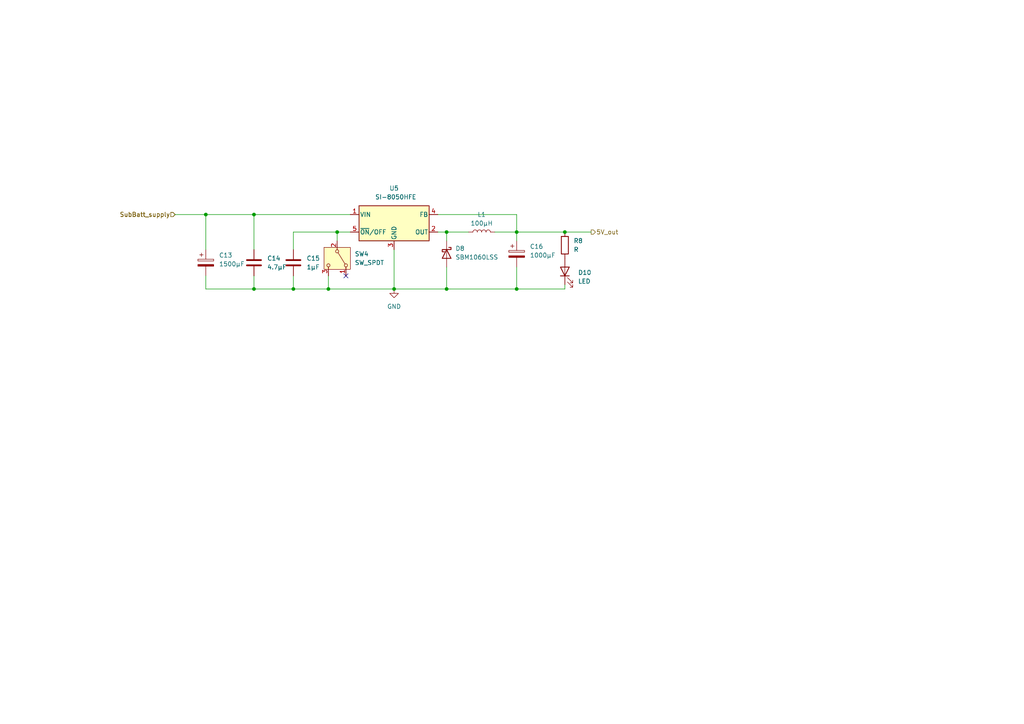
<source format=kicad_sch>
(kicad_sch (version 20230121) (generator eeschema)

  (uuid e7a3216a-5b9f-4f38-b29f-5458ec3aacd4)

  (paper "A4")

  (lib_symbols
    (symbol "Device:C" (pin_numbers hide) (pin_names (offset 0.254)) (in_bom yes) (on_board yes)
      (property "Reference" "C" (at 0.635 2.54 0)
        (effects (font (size 1.27 1.27)) (justify left))
      )
      (property "Value" "C" (at 0.635 -2.54 0)
        (effects (font (size 1.27 1.27)) (justify left))
      )
      (property "Footprint" "" (at 0.9652 -3.81 0)
        (effects (font (size 1.27 1.27)) hide)
      )
      (property "Datasheet" "~" (at 0 0 0)
        (effects (font (size 1.27 1.27)) hide)
      )
      (property "ki_keywords" "cap capacitor" (at 0 0 0)
        (effects (font (size 1.27 1.27)) hide)
      )
      (property "ki_description" "Unpolarized capacitor" (at 0 0 0)
        (effects (font (size 1.27 1.27)) hide)
      )
      (property "ki_fp_filters" "C_*" (at 0 0 0)
        (effects (font (size 1.27 1.27)) hide)
      )
      (symbol "C_0_1"
        (polyline
          (pts
            (xy -2.032 -0.762)
            (xy 2.032 -0.762)
          )
          (stroke (width 0.508) (type default))
          (fill (type none))
        )
        (polyline
          (pts
            (xy -2.032 0.762)
            (xy 2.032 0.762)
          )
          (stroke (width 0.508) (type default))
          (fill (type none))
        )
      )
      (symbol "C_1_1"
        (pin passive line (at 0 3.81 270) (length 2.794)
          (name "~" (effects (font (size 1.27 1.27))))
          (number "1" (effects (font (size 1.27 1.27))))
        )
        (pin passive line (at 0 -3.81 90) (length 2.794)
          (name "~" (effects (font (size 1.27 1.27))))
          (number "2" (effects (font (size 1.27 1.27))))
        )
      )
    )
    (symbol "Device:C_Polarized" (pin_numbers hide) (pin_names (offset 0.254)) (in_bom yes) (on_board yes)
      (property "Reference" "C" (at 0.635 2.54 0)
        (effects (font (size 1.27 1.27)) (justify left))
      )
      (property "Value" "C_Polarized" (at 0.635 -2.54 0)
        (effects (font (size 1.27 1.27)) (justify left))
      )
      (property "Footprint" "" (at 0.9652 -3.81 0)
        (effects (font (size 1.27 1.27)) hide)
      )
      (property "Datasheet" "~" (at 0 0 0)
        (effects (font (size 1.27 1.27)) hide)
      )
      (property "ki_keywords" "cap capacitor" (at 0 0 0)
        (effects (font (size 1.27 1.27)) hide)
      )
      (property "ki_description" "Polarized capacitor" (at 0 0 0)
        (effects (font (size 1.27 1.27)) hide)
      )
      (property "ki_fp_filters" "CP_*" (at 0 0 0)
        (effects (font (size 1.27 1.27)) hide)
      )
      (symbol "C_Polarized_0_1"
        (rectangle (start -2.286 0.508) (end 2.286 1.016)
          (stroke (width 0) (type default))
          (fill (type none))
        )
        (polyline
          (pts
            (xy -1.778 2.286)
            (xy -0.762 2.286)
          )
          (stroke (width 0) (type default))
          (fill (type none))
        )
        (polyline
          (pts
            (xy -1.27 2.794)
            (xy -1.27 1.778)
          )
          (stroke (width 0) (type default))
          (fill (type none))
        )
        (rectangle (start 2.286 -0.508) (end -2.286 -1.016)
          (stroke (width 0) (type default))
          (fill (type outline))
        )
      )
      (symbol "C_Polarized_1_1"
        (pin passive line (at 0 3.81 270) (length 2.794)
          (name "~" (effects (font (size 1.27 1.27))))
          (number "1" (effects (font (size 1.27 1.27))))
        )
        (pin passive line (at 0 -3.81 90) (length 2.794)
          (name "~" (effects (font (size 1.27 1.27))))
          (number "2" (effects (font (size 1.27 1.27))))
        )
      )
    )
    (symbol "Device:D_Schottky" (pin_numbers hide) (pin_names (offset 1.016) hide) (in_bom yes) (on_board yes)
      (property "Reference" "D" (at 0 2.54 0)
        (effects (font (size 1.27 1.27)))
      )
      (property "Value" "D_Schottky" (at 0 -2.54 0)
        (effects (font (size 1.27 1.27)))
      )
      (property "Footprint" "" (at 0 0 0)
        (effects (font (size 1.27 1.27)) hide)
      )
      (property "Datasheet" "~" (at 0 0 0)
        (effects (font (size 1.27 1.27)) hide)
      )
      (property "ki_keywords" "diode Schottky" (at 0 0 0)
        (effects (font (size 1.27 1.27)) hide)
      )
      (property "ki_description" "Schottky diode" (at 0 0 0)
        (effects (font (size 1.27 1.27)) hide)
      )
      (property "ki_fp_filters" "TO-???* *_Diode_* *SingleDiode* D_*" (at 0 0 0)
        (effects (font (size 1.27 1.27)) hide)
      )
      (symbol "D_Schottky_0_1"
        (polyline
          (pts
            (xy 1.27 0)
            (xy -1.27 0)
          )
          (stroke (width 0) (type default))
          (fill (type none))
        )
        (polyline
          (pts
            (xy 1.27 1.27)
            (xy 1.27 -1.27)
            (xy -1.27 0)
            (xy 1.27 1.27)
          )
          (stroke (width 0.254) (type default))
          (fill (type none))
        )
        (polyline
          (pts
            (xy -1.905 0.635)
            (xy -1.905 1.27)
            (xy -1.27 1.27)
            (xy -1.27 -1.27)
            (xy -0.635 -1.27)
            (xy -0.635 -0.635)
          )
          (stroke (width 0.254) (type default))
          (fill (type none))
        )
      )
      (symbol "D_Schottky_1_1"
        (pin passive line (at -3.81 0 0) (length 2.54)
          (name "K" (effects (font (size 1.27 1.27))))
          (number "1" (effects (font (size 1.27 1.27))))
        )
        (pin passive line (at 3.81 0 180) (length 2.54)
          (name "A" (effects (font (size 1.27 1.27))))
          (number "2" (effects (font (size 1.27 1.27))))
        )
      )
    )
    (symbol "Device:L" (pin_numbers hide) (pin_names (offset 1.016) hide) (in_bom yes) (on_board yes)
      (property "Reference" "L" (at -1.27 0 90)
        (effects (font (size 1.27 1.27)))
      )
      (property "Value" "L" (at 1.905 0 90)
        (effects (font (size 1.27 1.27)))
      )
      (property "Footprint" "" (at 0 0 0)
        (effects (font (size 1.27 1.27)) hide)
      )
      (property "Datasheet" "~" (at 0 0 0)
        (effects (font (size 1.27 1.27)) hide)
      )
      (property "ki_keywords" "inductor choke coil reactor magnetic" (at 0 0 0)
        (effects (font (size 1.27 1.27)) hide)
      )
      (property "ki_description" "Inductor" (at 0 0 0)
        (effects (font (size 1.27 1.27)) hide)
      )
      (property "ki_fp_filters" "Choke_* *Coil* Inductor_* L_*" (at 0 0 0)
        (effects (font (size 1.27 1.27)) hide)
      )
      (symbol "L_0_1"
        (arc (start 0 -2.54) (mid 0.6323 -1.905) (end 0 -1.27)
          (stroke (width 0) (type default))
          (fill (type none))
        )
        (arc (start 0 -1.27) (mid 0.6323 -0.635) (end 0 0)
          (stroke (width 0) (type default))
          (fill (type none))
        )
        (arc (start 0 0) (mid 0.6323 0.635) (end 0 1.27)
          (stroke (width 0) (type default))
          (fill (type none))
        )
        (arc (start 0 1.27) (mid 0.6323 1.905) (end 0 2.54)
          (stroke (width 0) (type default))
          (fill (type none))
        )
      )
      (symbol "L_1_1"
        (pin passive line (at 0 3.81 270) (length 1.27)
          (name "1" (effects (font (size 1.27 1.27))))
          (number "1" (effects (font (size 1.27 1.27))))
        )
        (pin passive line (at 0 -3.81 90) (length 1.27)
          (name "2" (effects (font (size 1.27 1.27))))
          (number "2" (effects (font (size 1.27 1.27))))
        )
      )
    )
    (symbol "Device:LED" (pin_numbers hide) (pin_names (offset 1.016) hide) (in_bom yes) (on_board yes)
      (property "Reference" "D" (at 0 2.54 0)
        (effects (font (size 1.27 1.27)))
      )
      (property "Value" "LED" (at 0 -2.54 0)
        (effects (font (size 1.27 1.27)))
      )
      (property "Footprint" "" (at 0 0 0)
        (effects (font (size 1.27 1.27)) hide)
      )
      (property "Datasheet" "~" (at 0 0 0)
        (effects (font (size 1.27 1.27)) hide)
      )
      (property "ki_keywords" "LED diode" (at 0 0 0)
        (effects (font (size 1.27 1.27)) hide)
      )
      (property "ki_description" "Light emitting diode" (at 0 0 0)
        (effects (font (size 1.27 1.27)) hide)
      )
      (property "ki_fp_filters" "LED* LED_SMD:* LED_THT:*" (at 0 0 0)
        (effects (font (size 1.27 1.27)) hide)
      )
      (symbol "LED_0_1"
        (polyline
          (pts
            (xy -1.27 -1.27)
            (xy -1.27 1.27)
          )
          (stroke (width 0.254) (type default))
          (fill (type none))
        )
        (polyline
          (pts
            (xy -1.27 0)
            (xy 1.27 0)
          )
          (stroke (width 0) (type default))
          (fill (type none))
        )
        (polyline
          (pts
            (xy 1.27 -1.27)
            (xy 1.27 1.27)
            (xy -1.27 0)
            (xy 1.27 -1.27)
          )
          (stroke (width 0.254) (type default))
          (fill (type none))
        )
        (polyline
          (pts
            (xy -3.048 -0.762)
            (xy -4.572 -2.286)
            (xy -3.81 -2.286)
            (xy -4.572 -2.286)
            (xy -4.572 -1.524)
          )
          (stroke (width 0) (type default))
          (fill (type none))
        )
        (polyline
          (pts
            (xy -1.778 -0.762)
            (xy -3.302 -2.286)
            (xy -2.54 -2.286)
            (xy -3.302 -2.286)
            (xy -3.302 -1.524)
          )
          (stroke (width 0) (type default))
          (fill (type none))
        )
      )
      (symbol "LED_1_1"
        (pin passive line (at -3.81 0 0) (length 2.54)
          (name "K" (effects (font (size 1.27 1.27))))
          (number "1" (effects (font (size 1.27 1.27))))
        )
        (pin passive line (at 3.81 0 180) (length 2.54)
          (name "A" (effects (font (size 1.27 1.27))))
          (number "2" (effects (font (size 1.27 1.27))))
        )
      )
    )
    (symbol "Device:R" (pin_numbers hide) (pin_names (offset 0)) (in_bom yes) (on_board yes)
      (property "Reference" "R" (at 2.032 0 90)
        (effects (font (size 1.27 1.27)))
      )
      (property "Value" "R" (at 0 0 90)
        (effects (font (size 1.27 1.27)))
      )
      (property "Footprint" "" (at -1.778 0 90)
        (effects (font (size 1.27 1.27)) hide)
      )
      (property "Datasheet" "~" (at 0 0 0)
        (effects (font (size 1.27 1.27)) hide)
      )
      (property "ki_keywords" "R res resistor" (at 0 0 0)
        (effects (font (size 1.27 1.27)) hide)
      )
      (property "ki_description" "Resistor" (at 0 0 0)
        (effects (font (size 1.27 1.27)) hide)
      )
      (property "ki_fp_filters" "R_*" (at 0 0 0)
        (effects (font (size 1.27 1.27)) hide)
      )
      (symbol "R_0_1"
        (rectangle (start -1.016 -2.54) (end 1.016 2.54)
          (stroke (width 0.254) (type default))
          (fill (type none))
        )
      )
      (symbol "R_1_1"
        (pin passive line (at 0 3.81 270) (length 1.27)
          (name "~" (effects (font (size 1.27 1.27))))
          (number "1" (effects (font (size 1.27 1.27))))
        )
        (pin passive line (at 0 -3.81 90) (length 1.27)
          (name "~" (effects (font (size 1.27 1.27))))
          (number "2" (effects (font (size 1.27 1.27))))
        )
      )
    )
    (symbol "Regulator_Switching:GL2576-5.0TB5T" (pin_names (offset 0.254)) (in_bom yes) (on_board yes)
      (property "Reference" "U" (at -10.16 6.35 0)
        (effects (font (size 1.27 1.27)) (justify left))
      )
      (property "Value" "GL2576-5.0TB5T" (at 0 6.35 0)
        (effects (font (size 1.27 1.27)) (justify left))
      )
      (property "Footprint" "Package_TO_SOT_THT:TO-220-5_Vertical" (at 0 -6.35 0)
        (effects (font (size 1.27 1.27) italic) (justify left) hide)
      )
      (property "Datasheet" "http://www.dianyuan.com/bbs/u/54/437861181916300.pdf" (at 0 0 0)
        (effects (font (size 1.27 1.27)) hide)
      )
      (property "ki_keywords" "5V 3A 52KHz Buck DC/DC" (at 0 0 0)
        (effects (font (size 1.27 1.27)) hide)
      )
      (property "ki_description" "5V 3A, 52KHz Step Down Converter, TO220-5" (at 0 0 0)
        (effects (font (size 1.27 1.27)) hide)
      )
      (property "ki_fp_filters" "TO?220*" (at 0 0 0)
        (effects (font (size 1.27 1.27)) hide)
      )
      (symbol "GL2576-5.0TB5T_0_1"
        (rectangle (start -10.16 5.08) (end 10.16 -5.08)
          (stroke (width 0.254) (type default))
          (fill (type background))
        )
      )
      (symbol "GL2576-5.0TB5T_1_1"
        (pin power_in line (at -12.7 2.54 0) (length 2.54)
          (name "VIN" (effects (font (size 1.27 1.27))))
          (number "1" (effects (font (size 1.27 1.27))))
        )
        (pin output line (at 12.7 -2.54 180) (length 2.54)
          (name "OUT" (effects (font (size 1.27 1.27))))
          (number "2" (effects (font (size 1.27 1.27))))
        )
        (pin power_in line (at 0 -7.62 90) (length 2.54)
          (name "GND" (effects (font (size 1.27 1.27))))
          (number "3" (effects (font (size 1.27 1.27))))
        )
        (pin input line (at 12.7 2.54 180) (length 2.54)
          (name "FB" (effects (font (size 1.27 1.27))))
          (number "4" (effects (font (size 1.27 1.27))))
        )
        (pin input line (at -12.7 -2.54 0) (length 2.54)
          (name "~{ON}/OFF" (effects (font (size 1.27 1.27))))
          (number "5" (effects (font (size 1.27 1.27))))
        )
      )
    )
    (symbol "Switch:SW_SPDT" (pin_names (offset 0) hide) (in_bom yes) (on_board yes)
      (property "Reference" "SW" (at 0 5.08 0)
        (effects (font (size 1.27 1.27)))
      )
      (property "Value" "SW_SPDT" (at 0 -5.08 0)
        (effects (font (size 1.27 1.27)))
      )
      (property "Footprint" "" (at 0 0 0)
        (effects (font (size 1.27 1.27)) hide)
      )
      (property "Datasheet" "~" (at 0 -7.62 0)
        (effects (font (size 1.27 1.27)) hide)
      )
      (property "ki_keywords" "switch single-pole double-throw spdt ON-ON" (at 0 0 0)
        (effects (font (size 1.27 1.27)) hide)
      )
      (property "ki_description" "Switch, single pole double throw" (at 0 0 0)
        (effects (font (size 1.27 1.27)) hide)
      )
      (symbol "SW_SPDT_0_1"
        (circle (center -2.032 0) (radius 0.4572)
          (stroke (width 0) (type default))
          (fill (type none))
        )
        (polyline
          (pts
            (xy -1.651 0.254)
            (xy 1.651 2.286)
          )
          (stroke (width 0) (type default))
          (fill (type none))
        )
        (circle (center 2.032 -2.54) (radius 0.4572)
          (stroke (width 0) (type default))
          (fill (type none))
        )
        (circle (center 2.032 2.54) (radius 0.4572)
          (stroke (width 0) (type default))
          (fill (type none))
        )
      )
      (symbol "SW_SPDT_1_1"
        (rectangle (start -3.175 3.81) (end 3.175 -3.81)
          (stroke (width 0) (type default))
          (fill (type background))
        )
        (pin passive line (at 5.08 2.54 180) (length 2.54)
          (name "A" (effects (font (size 1.27 1.27))))
          (number "1" (effects (font (size 1.27 1.27))))
        )
        (pin passive line (at -5.08 0 0) (length 2.54)
          (name "B" (effects (font (size 1.27 1.27))))
          (number "2" (effects (font (size 1.27 1.27))))
        )
        (pin passive line (at 5.08 -2.54 180) (length 2.54)
          (name "C" (effects (font (size 1.27 1.27))))
          (number "3" (effects (font (size 1.27 1.27))))
        )
      )
    )
    (symbol "power:GND" (power) (pin_names (offset 0)) (in_bom yes) (on_board yes)
      (property "Reference" "#PWR" (at 0 -6.35 0)
        (effects (font (size 1.27 1.27)) hide)
      )
      (property "Value" "GND" (at 0 -3.81 0)
        (effects (font (size 1.27 1.27)))
      )
      (property "Footprint" "" (at 0 0 0)
        (effects (font (size 1.27 1.27)) hide)
      )
      (property "Datasheet" "" (at 0 0 0)
        (effects (font (size 1.27 1.27)) hide)
      )
      (property "ki_keywords" "global power" (at 0 0 0)
        (effects (font (size 1.27 1.27)) hide)
      )
      (property "ki_description" "Power symbol creates a global label with name \"GND\" , ground" (at 0 0 0)
        (effects (font (size 1.27 1.27)) hide)
      )
      (symbol "GND_0_1"
        (polyline
          (pts
            (xy 0 0)
            (xy 0 -1.27)
            (xy 1.27 -1.27)
            (xy 0 -2.54)
            (xy -1.27 -1.27)
            (xy 0 -1.27)
          )
          (stroke (width 0) (type default))
          (fill (type none))
        )
      )
      (symbol "GND_1_1"
        (pin power_in line (at 0 0 270) (length 0) hide
          (name "GND" (effects (font (size 1.27 1.27))))
          (number "1" (effects (font (size 1.27 1.27))))
        )
      )
    )
  )

  (junction (at 95.25 83.82) (diameter 0) (color 0 0 0 0)
    (uuid 11203c75-2d5d-45a9-8e97-33794c4fbd0a)
  )
  (junction (at 149.86 67.31) (diameter 0) (color 0 0 0 0)
    (uuid 2b2c328c-cdf7-4745-9cdc-7b6743d545db)
  )
  (junction (at 85.09 83.82) (diameter 0) (color 0 0 0 0)
    (uuid 32559a40-5e73-489a-8915-cca25e565ee6)
  )
  (junction (at 73.66 62.23) (diameter 0) (color 0 0 0 0)
    (uuid 5934bb4b-a94d-4285-8476-d934a27ffeef)
  )
  (junction (at 73.66 83.82) (diameter 0) (color 0 0 0 0)
    (uuid 6a0c87e0-537f-4b75-8fd2-ca27d509ef67)
  )
  (junction (at 149.86 83.82) (diameter 0) (color 0 0 0 0)
    (uuid 6f826b9a-f77e-44e0-955a-c730e132f1dc)
  )
  (junction (at 129.54 83.82) (diameter 0) (color 0 0 0 0)
    (uuid b5132593-8b5a-444b-b17f-d904c567e8fe)
  )
  (junction (at 163.83 67.31) (diameter 0) (color 0 0 0 0)
    (uuid c712dec6-31d7-433d-9cdf-785351868c64)
  )
  (junction (at 114.3 83.82) (diameter 0) (color 0 0 0 0)
    (uuid cc141364-5b0e-46d6-8343-26fb2128f7c4)
  )
  (junction (at 97.79 67.31) (diameter 0) (color 0 0 0 0)
    (uuid e04a3586-6d35-4ce1-b899-9394660d4a94)
  )
  (junction (at 59.69 62.23) (diameter 0) (color 0 0 0 0)
    (uuid e16f3581-2b80-4d5c-8f65-1b7b4aea94fc)
  )
  (junction (at 129.54 67.31) (diameter 0) (color 0 0 0 0)
    (uuid f6f3c0e1-e04b-4c8c-b116-9252a5f88b44)
  )

  (no_connect (at 100.33 80.01) (uuid 4d9cfc20-52b9-4099-801e-06d57f40f7c1))

  (wire (pts (xy 127 67.31) (xy 129.54 67.31))
    (stroke (width 0) (type default))
    (uuid 05d12fa2-e5da-4adb-848d-e100c6ea5055)
  )
  (wire (pts (xy 129.54 83.82) (xy 114.3 83.82))
    (stroke (width 0) (type default))
    (uuid 0fb6a7a5-96d9-43cf-94ba-b1c5a47558df)
  )
  (wire (pts (xy 73.66 62.23) (xy 101.6 62.23))
    (stroke (width 0) (type default))
    (uuid 18d1d7cf-be2b-4369-8a7f-2ed9f5ede9ae)
  )
  (wire (pts (xy 59.69 83.82) (xy 73.66 83.82))
    (stroke (width 0) (type default))
    (uuid 1944174f-c7a0-4fdb-886b-e295eb64bc69)
  )
  (wire (pts (xy 163.83 83.82) (xy 163.83 82.55))
    (stroke (width 0) (type default))
    (uuid 1dea2d83-a978-451e-8e93-385103867070)
  )
  (wire (pts (xy 129.54 77.47) (xy 129.54 83.82))
    (stroke (width 0) (type default))
    (uuid 34b4f694-a4a2-4dc2-bf21-1dad7ab07594)
  )
  (wire (pts (xy 143.51 67.31) (xy 149.86 67.31))
    (stroke (width 0) (type default))
    (uuid 385f175e-9c95-42ef-ae4d-17515780a403)
  )
  (wire (pts (xy 73.66 83.82) (xy 85.09 83.82))
    (stroke (width 0) (type default))
    (uuid 6981cea2-9569-4fff-b020-b4c7d8a48cee)
  )
  (wire (pts (xy 73.66 62.23) (xy 73.66 72.39))
    (stroke (width 0) (type default))
    (uuid 76ec7e46-48dd-472f-b5f5-badd45a715c9)
  )
  (wire (pts (xy 59.69 80.01) (xy 59.69 83.82))
    (stroke (width 0) (type default))
    (uuid 7d4e5437-47ea-4ff5-8fc7-1696dc09bd96)
  )
  (wire (pts (xy 129.54 69.85) (xy 129.54 67.31))
    (stroke (width 0) (type default))
    (uuid 87eea9fb-a016-45b8-b093-019a0a15a2ae)
  )
  (wire (pts (xy 127 62.23) (xy 149.86 62.23))
    (stroke (width 0) (type default))
    (uuid 8a4959c8-b4f7-47f1-a423-421207356b66)
  )
  (wire (pts (xy 50.8 62.23) (xy 59.69 62.23))
    (stroke (width 0) (type default))
    (uuid 8dff1aaf-a3e7-481c-b27b-8da1f63fb6aa)
  )
  (wire (pts (xy 85.09 83.82) (xy 95.25 83.82))
    (stroke (width 0) (type default))
    (uuid 90ce3322-1f5f-431c-93e5-ecf2efd311cf)
  )
  (wire (pts (xy 85.09 72.39) (xy 85.09 67.31))
    (stroke (width 0) (type default))
    (uuid 95727beb-9bea-41b5-882d-bd6feaa84dbf)
  )
  (wire (pts (xy 73.66 80.01) (xy 73.66 83.82))
    (stroke (width 0) (type default))
    (uuid a0d4c97d-fe48-461f-9172-a40430162a50)
  )
  (wire (pts (xy 163.83 67.31) (xy 149.86 67.31))
    (stroke (width 0) (type default))
    (uuid a2f8ed4c-228d-4bac-9a73-a5f9b2696bb0)
  )
  (wire (pts (xy 59.69 62.23) (xy 73.66 62.23))
    (stroke (width 0) (type default))
    (uuid a79b9dbb-1464-432e-a007-6cda84a4a569)
  )
  (wire (pts (xy 129.54 67.31) (xy 135.89 67.31))
    (stroke (width 0) (type default))
    (uuid b46de97f-caeb-48d4-9e61-5948dfb3678d)
  )
  (wire (pts (xy 149.86 62.23) (xy 149.86 67.31))
    (stroke (width 0) (type default))
    (uuid be73bbf7-2a26-402c-9635-baac76c4482a)
  )
  (wire (pts (xy 114.3 72.39) (xy 114.3 83.82))
    (stroke (width 0) (type default))
    (uuid c2d10e4b-765e-4594-bda4-2e720a3118d9)
  )
  (wire (pts (xy 149.86 83.82) (xy 163.83 83.82))
    (stroke (width 0) (type default))
    (uuid ce3532c5-70e3-4378-a978-eda5951c18fe)
  )
  (wire (pts (xy 85.09 80.01) (xy 85.09 83.82))
    (stroke (width 0) (type default))
    (uuid d2958a9e-d1aa-4c50-8814-8d81381a4b57)
  )
  (wire (pts (xy 149.86 83.82) (xy 129.54 83.82))
    (stroke (width 0) (type default))
    (uuid d7c5ff0f-01b3-426b-8b26-bec2c8067d51)
  )
  (wire (pts (xy 149.86 77.47) (xy 149.86 83.82))
    (stroke (width 0) (type default))
    (uuid db05783b-aa27-45cc-9804-412727a57377)
  )
  (wire (pts (xy 101.6 67.31) (xy 97.79 67.31))
    (stroke (width 0) (type default))
    (uuid db756f87-8332-40d2-bdde-814fef426fa9)
  )
  (wire (pts (xy 95.25 83.82) (xy 114.3 83.82))
    (stroke (width 0) (type default))
    (uuid dfdbb07b-c1bc-4c93-9d19-a03743d9916d)
  )
  (wire (pts (xy 171.45 67.31) (xy 163.83 67.31))
    (stroke (width 0) (type default))
    (uuid e20e1058-9567-4c80-9b92-36d23270f5bb)
  )
  (wire (pts (xy 97.79 67.31) (xy 97.79 69.85))
    (stroke (width 0) (type default))
    (uuid eb52f20a-8a57-4fa6-b8e7-0e9201708129)
  )
  (wire (pts (xy 59.69 72.39) (xy 59.69 62.23))
    (stroke (width 0) (type default))
    (uuid ebcbfb9d-931b-4dd2-9359-cae562034734)
  )
  (wire (pts (xy 85.09 67.31) (xy 97.79 67.31))
    (stroke (width 0) (type default))
    (uuid ef48bbf1-5477-4fa9-a60b-b36a162427e2)
  )
  (wire (pts (xy 95.25 80.01) (xy 95.25 83.82))
    (stroke (width 0) (type default))
    (uuid ef648941-f3a6-4c6e-aeb9-7459a392b414)
  )
  (wire (pts (xy 149.86 69.85) (xy 149.86 67.31))
    (stroke (width 0) (type default))
    (uuid ef65f8b2-5fb6-42a1-975e-0cf10f6db68f)
  )

  (hierarchical_label "SubBatt_supply" (shape input) (at 50.8 62.23 180) (fields_autoplaced)
    (effects (font (size 1.27 1.27)) (justify right))
    (uuid 8f4ecbcc-c0a7-4b91-894a-84507baaa066)
  )
  (hierarchical_label "SubBatt_supply" (shape input) (at 50.8 62.23 180) (fields_autoplaced)
    (effects (font (size 1.27 1.27)) (justify right))
    (uuid bf7f3a2e-96e8-485a-a8a9-da522f92a000)
  )
  (hierarchical_label "5V_out" (shape output) (at 171.45 67.31 0) (fields_autoplaced)
    (effects (font (size 1.27 1.27)) (justify left))
    (uuid eafe97bd-3003-44b7-9032-b54f9459a25b)
  )

  (symbol (lib_id "power:GND") (at 114.3 83.82 0) (unit 1)
    (in_bom yes) (on_board yes) (dnp no) (fields_autoplaced)
    (uuid 167a3e4c-be2f-45f4-a342-eee3479b965a)
    (property "Reference" "#PWR070" (at 114.3 90.17 0)
      (effects (font (size 1.27 1.27)) hide)
    )
    (property "Value" "GND" (at 114.3 88.9 0)
      (effects (font (size 1.27 1.27)))
    )
    (property "Footprint" "" (at 114.3 83.82 0)
      (effects (font (size 1.27 1.27)) hide)
    )
    (property "Datasheet" "" (at 114.3 83.82 0)
      (effects (font (size 1.27 1.27)) hide)
    )
    (pin "1" (uuid 64b4ee09-f63f-4fbc-abf5-2d3263eeb4e8))
    (instances
      (project "PW-3"
        (path "/e63e39d7-6ac0-4ffd-8aa3-1841a4541b55/823bdb72-b3da-47c7-8be1-d919cd2d99f3"
          (reference "#PWR070") (unit 1)
        )
      )
    )
  )

  (symbol (lib_id "Switch:SW_SPDT") (at 97.79 74.93 270) (unit 1)
    (in_bom yes) (on_board yes) (dnp no) (fields_autoplaced)
    (uuid 1d153cc4-f3d3-4d0d-bdb7-11f7f2bffc6b)
    (property "Reference" "SW4" (at 102.87 73.66 90)
      (effects (font (size 1.27 1.27)) (justify left))
    )
    (property "Value" "SW_SPDT" (at 102.87 76.2 90)
      (effects (font (size 1.27 1.27)) (justify left))
    )
    (property "Footprint" "Connector_PinHeader_2.54mm:PinHeader_1x03_P2.54mm_Vertical" (at 97.79 74.93 0)
      (effects (font (size 1.27 1.27)) hide)
    )
    (property "Datasheet" "~" (at 90.17 74.93 0)
      (effects (font (size 1.27 1.27)) hide)
    )
    (pin "3" (uuid aa5beb07-a130-417a-857e-7f9d62e1e182))
    (pin "1" (uuid cba0d7e3-ebd8-46cd-99a0-ed50292acf6a))
    (pin "2" (uuid 41ceee10-4d94-40fe-a173-9c1653ac74b7))
    (instances
      (project "PW-3"
        (path "/e63e39d7-6ac0-4ffd-8aa3-1841a4541b55/823bdb72-b3da-47c7-8be1-d919cd2d99f3"
          (reference "SW4") (unit 1)
        )
      )
    )
  )

  (symbol (lib_id "Device:D_Schottky") (at 129.54 73.66 270) (unit 1)
    (in_bom yes) (on_board yes) (dnp no) (fields_autoplaced)
    (uuid 3ed3c118-efaa-4787-b796-09413792cc93)
    (property "Reference" "D8" (at 132.08 72.0725 90)
      (effects (font (size 1.27 1.27)) (justify left))
    )
    (property "Value" "SBM1060LSS" (at 132.08 74.6125 90)
      (effects (font (size 1.27 1.27)) (justify left))
    )
    (property "Footprint" "Diode_THT:D_DO-201AD_P15.24mm_Horizontal" (at 129.54 73.66 0)
      (effects (font (size 1.27 1.27)) hide)
    )
    (property "Datasheet" "~" (at 129.54 73.66 0)
      (effects (font (size 1.27 1.27)) hide)
    )
    (pin "1" (uuid 9589217d-ed8c-4593-a4fc-6cbfa7534576))
    (pin "2" (uuid 68e9e239-91e0-4ac5-955d-e3f61766c3e5))
    (instances
      (project "PW-3"
        (path "/e63e39d7-6ac0-4ffd-8aa3-1841a4541b55/823bdb72-b3da-47c7-8be1-d919cd2d99f3"
          (reference "D8") (unit 1)
        )
      )
    )
  )

  (symbol (lib_id "Device:C") (at 73.66 76.2 0) (unit 1)
    (in_bom yes) (on_board yes) (dnp no) (fields_autoplaced)
    (uuid 6af1f447-a5a2-4e22-94d4-548fc7b82804)
    (property "Reference" "C14" (at 77.47 74.93 0)
      (effects (font (size 1.27 1.27)) (justify left))
    )
    (property "Value" "4.7μF" (at 77.47 77.47 0)
      (effects (font (size 1.27 1.27)) (justify left))
    )
    (property "Footprint" "Capacitor_SMD:C_0805_2012Metric" (at 74.6252 80.01 0)
      (effects (font (size 1.27 1.27)) hide)
    )
    (property "Datasheet" "~" (at 73.66 76.2 0)
      (effects (font (size 1.27 1.27)) hide)
    )
    (pin "2" (uuid 453cfffb-a8da-4dc2-8520-ed3cdade481c))
    (pin "1" (uuid ae189497-6e67-4c1f-9913-64d15e7e76dd))
    (instances
      (project "PW-3"
        (path "/e63e39d7-6ac0-4ffd-8aa3-1841a4541b55/823bdb72-b3da-47c7-8be1-d919cd2d99f3"
          (reference "C14") (unit 1)
        )
      )
    )
  )

  (symbol (lib_id "Device:LED") (at 163.83 78.74 90) (unit 1)
    (in_bom yes) (on_board yes) (dnp no) (fields_autoplaced)
    (uuid 77537c8f-61b4-44ba-9113-b7a83a02f665)
    (property "Reference" "D10" (at 167.64 79.0575 90)
      (effects (font (size 1.27 1.27)) (justify right))
    )
    (property "Value" "LED" (at 167.64 81.5975 90)
      (effects (font (size 1.27 1.27)) (justify right))
    )
    (property "Footprint" "LED_SMD:LED_0603_1608Metric" (at 163.83 78.74 0)
      (effects (font (size 1.27 1.27)) hide)
    )
    (property "Datasheet" "~" (at 163.83 78.74 0)
      (effects (font (size 1.27 1.27)) hide)
    )
    (pin "2" (uuid 04b5a1d2-ca2a-4721-8409-c40b14628777))
    (pin "1" (uuid a399f8bf-71d2-4db2-94c5-3f5139a20f37))
    (instances
      (project "PW-3"
        (path "/e63e39d7-6ac0-4ffd-8aa3-1841a4541b55/823bdb72-b3da-47c7-8be1-d919cd2d99f3"
          (reference "D10") (unit 1)
        )
      )
    )
  )

  (symbol (lib_id "Device:C") (at 85.09 76.2 0) (unit 1)
    (in_bom yes) (on_board yes) (dnp no) (fields_autoplaced)
    (uuid 8e32d220-4888-4ce4-be61-f13e8c612f8d)
    (property "Reference" "C15" (at 88.9 74.93 0)
      (effects (font (size 1.27 1.27)) (justify left))
    )
    (property "Value" "1μF" (at 88.9 77.47 0)
      (effects (font (size 1.27 1.27)) (justify left))
    )
    (property "Footprint" "Capacitor_SMD:C_0603_1608Metric" (at 86.0552 80.01 0)
      (effects (font (size 1.27 1.27)) hide)
    )
    (property "Datasheet" "~" (at 85.09 76.2 0)
      (effects (font (size 1.27 1.27)) hide)
    )
    (pin "2" (uuid 1856280d-74a9-4ec2-a354-1c9bb379b74a))
    (pin "1" (uuid 8db828ff-03ca-455b-8954-eb5240022957))
    (instances
      (project "PW-3"
        (path "/e63e39d7-6ac0-4ffd-8aa3-1841a4541b55/823bdb72-b3da-47c7-8be1-d919cd2d99f3"
          (reference "C15") (unit 1)
        )
      )
    )
  )

  (symbol (lib_id "Regulator_Switching:GL2576-5.0TB5T") (at 114.3 64.77 0) (unit 1)
    (in_bom yes) (on_board yes) (dnp no) (fields_autoplaced)
    (uuid a5fad8d7-5ede-4eeb-b7f8-bb6fe1d7d5a2)
    (property "Reference" "U5" (at 114.3 54.61 0)
      (effects (font (size 1.27 1.27)))
    )
    (property "Value" " SI-8050HFE" (at 114.3 57.15 0)
      (effects (font (size 1.27 1.27)))
    )
    (property "Footprint" "Package_TO_SOT_THT:TO-220-5_P3.4x3.7mm_StaggerOdd_Lead3.8mm_Vertical" (at 114.3 71.12 0)
      (effects (font (size 1.27 1.27) italic) (justify left) hide)
    )
    (property "Datasheet" "http://www.dianyuan.com/bbs/u/54/437861181916300.pdf" (at 114.3 64.77 0)
      (effects (font (size 1.27 1.27)) hide)
    )
    (pin "1" (uuid b71bda2e-712b-44be-97a8-6ac2abf96d1a))
    (pin "5" (uuid fe39b26d-1fa1-4f71-9f5e-64f1f4c7f9b3))
    (pin "2" (uuid b491095a-bb2a-438e-9031-a254671dea9d))
    (pin "3" (uuid 01b266e4-0e84-407c-80e0-909c7c1e3046))
    (pin "4" (uuid 1a1903d8-2a7d-4d33-9e49-4df35b559492))
    (instances
      (project "PW-3"
        (path "/e63e39d7-6ac0-4ffd-8aa3-1841a4541b55/823bdb72-b3da-47c7-8be1-d919cd2d99f3"
          (reference "U5") (unit 1)
        )
      )
    )
  )

  (symbol (lib_id "Device:C_Polarized") (at 59.69 76.2 0) (unit 1)
    (in_bom yes) (on_board yes) (dnp no) (fields_autoplaced)
    (uuid a81dfe39-533c-4954-b01f-5c6454a44609)
    (property "Reference" "C13" (at 63.5 74.041 0)
      (effects (font (size 1.27 1.27)) (justify left))
    )
    (property "Value" "1500μF" (at 63.5 76.581 0)
      (effects (font (size 1.27 1.27)) (justify left))
    )
    (property "Footprint" "Capacitor_THT:CP_Radial_D12.5mm_P5.00mm" (at 60.6552 80.01 0)
      (effects (font (size 1.27 1.27)) hide)
    )
    (property "Datasheet" "~" (at 59.69 76.2 0)
      (effects (font (size 1.27 1.27)) hide)
    )
    (pin "1" (uuid d9f6a4b0-ea02-4b60-9cd6-b0743d4fe156))
    (pin "2" (uuid 9dc431c6-492f-4803-81f6-d78548673200))
    (instances
      (project "PW-3"
        (path "/e63e39d7-6ac0-4ffd-8aa3-1841a4541b55/823bdb72-b3da-47c7-8be1-d919cd2d99f3"
          (reference "C13") (unit 1)
        )
      )
    )
  )

  (symbol (lib_id "Device:R") (at 163.83 71.12 0) (unit 1)
    (in_bom yes) (on_board yes) (dnp no) (fields_autoplaced)
    (uuid b3913d1b-706d-49a8-ae37-e317b3607c79)
    (property "Reference" "R8" (at 166.37 69.85 0)
      (effects (font (size 1.27 1.27)) (justify left))
    )
    (property "Value" "R" (at 166.37 72.39 0)
      (effects (font (size 1.27 1.27)) (justify left))
    )
    (property "Footprint" "Resistor_SMD:R_0603_1608Metric" (at 162.052 71.12 90)
      (effects (font (size 1.27 1.27)) hide)
    )
    (property "Datasheet" "~" (at 163.83 71.12 0)
      (effects (font (size 1.27 1.27)) hide)
    )
    (pin "2" (uuid eeb044fa-c6b2-4319-afa3-d9a4a48032e2))
    (pin "1" (uuid ede014ce-3848-41b8-8b80-d39e1b5337f8))
    (instances
      (project "PW-3"
        (path "/e63e39d7-6ac0-4ffd-8aa3-1841a4541b55/823bdb72-b3da-47c7-8be1-d919cd2d99f3"
          (reference "R8") (unit 1)
        )
      )
    )
  )

  (symbol (lib_id "Device:C_Polarized") (at 149.86 73.66 0) (unit 1)
    (in_bom yes) (on_board yes) (dnp no) (fields_autoplaced)
    (uuid ea77f60d-48f0-4a1b-9556-e777f802777c)
    (property "Reference" "C16" (at 153.67 71.501 0)
      (effects (font (size 1.27 1.27)) (justify left))
    )
    (property "Value" "1000μF" (at 153.67 74.041 0)
      (effects (font (size 1.27 1.27)) (justify left))
    )
    (property "Footprint" "Capacitor_THT:CP_Radial_D12.5mm_P5.00mm" (at 150.8252 77.47 0)
      (effects (font (size 1.27 1.27)) hide)
    )
    (property "Datasheet" "~" (at 149.86 73.66 0)
      (effects (font (size 1.27 1.27)) hide)
    )
    (pin "1" (uuid aae0ce70-6c2f-4138-99d2-ba34ec9a7726))
    (pin "2" (uuid d2c55ced-042c-4b6e-b880-03c2a162f270))
    (instances
      (project "PW-3"
        (path "/e63e39d7-6ac0-4ffd-8aa3-1841a4541b55/823bdb72-b3da-47c7-8be1-d919cd2d99f3"
          (reference "C16") (unit 1)
        )
      )
    )
  )

  (symbol (lib_id "Device:L") (at 139.7 67.31 90) (unit 1)
    (in_bom yes) (on_board yes) (dnp no) (fields_autoplaced)
    (uuid ffb2aeba-25ab-4681-936c-e1d7e619db98)
    (property "Reference" "L1" (at 139.7 62.23 90)
      (effects (font (size 1.27 1.27)))
    )
    (property "Value" "100μH" (at 139.7 64.77 90)
      (effects (font (size 1.27 1.27)))
    )
    (property "Footprint" "Inductor_THT:L_Toroid_Vertical_L26.7mm_W14.0mm_P10.16mm_Pulse_D" (at 139.7 67.31 0)
      (effects (font (size 1.27 1.27)) hide)
    )
    (property "Datasheet" "~" (at 139.7 67.31 0)
      (effects (font (size 1.27 1.27)) hide)
    )
    (pin "2" (uuid 5ba875c1-1039-4632-b65c-1d03f664f3b6))
    (pin "1" (uuid e5881746-8e5e-4907-85e8-7ca610cd40a4))
    (instances
      (project "PW-3"
        (path "/e63e39d7-6ac0-4ffd-8aa3-1841a4541b55/823bdb72-b3da-47c7-8be1-d919cd2d99f3"
          (reference "L1") (unit 1)
        )
      )
    )
  )
)

</source>
